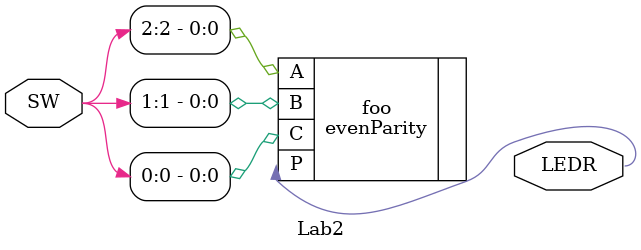
<source format=v>
module Lab2(
    input [2:0] SW,
    output [0:0] LEDR
    );
    evenParity foo(.A(SW[2]), .B(SW[1]), .C(SW[0]), .P(LEDR));
endmodule
</source>
